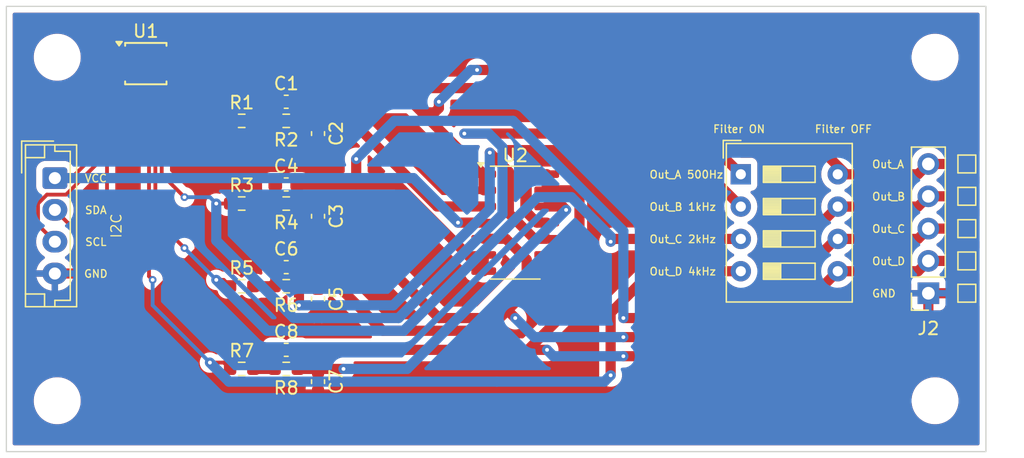
<source format=kicad_pcb>
(kicad_pcb (version 20240108) (generator "pcbnew") (generator_version "8.0")
  (layers (0 "F.Cu" signal) (31 "B.Cu" signal) (34 "B.Paste" user) (35 "F.Paste" user) (36 "B.SilkS" user "B.Silkscreen") (37 "F.SilkS" user "F.Silkscreen") (38 "B.Mask" user) (39 "F.Mask" user) (44 "Edge.Cuts" user))
  (net 0 "")
  (net 1 "Net-(J2-Pin_4)")
  (net 2 "Net-(U2A-+)")
  (net 3 "Net-(U2B-+)")
  (net 4 "Net-(J2-Pin_5)")
  (net 5 "Net-(J2-Pin_2)")
  (net 6 "Net-(J2-Pin_3)")
  (net 7 "Net-(U2C-+)")
  (net 8 "Net-(U2D-+)")
  (net 9 "GND")
  (net 10 "Net-(C1-Pad1)")
  (net 11 "Net-(U1-SCL)")
  (net 12 "Net-(U1-SDA)")
  (net 13 "Net-(C4-Pad1)")
  (net 14 "Net-(U1-VDD)")
  (net 15 "Net-(C6-Pad1)")
  (net 16 "Net-(U1-VOUTA)")
  (net 17 "Net-(C8-Pad1)")
  (net 18 "Net-(U1-VOUTB)")
  (net 19 "Net-(U1-VOUTC)")
  (net 20 "Net-(U1-VOUTD)")
  (footprint "Capacitor_SMD:C_0603_1608Metric_Pad1.08x0.95mm_HandSolder" (layer "F.Cu") (at 44.5 67.5 -90)
    (property "Reference" "C2" (at 0 -1.43 90) (layer "F.SilkS"))
    (property "Value" "10nF")
    (fp_line (start -0.146267 0.51) (end 0.146267 0.51) (stroke (width 0.12)) (layer "F.SilkS"))
    (fp_line (start -0.146267 -0.51) (end 0.146267 -0.51) (stroke (width 0.12)) (layer "F.SilkS"))
    (pad "1" smd roundrect (at -0.8625 0 270) (size 1.075 0.95) (layers "F.Cu" "F.Paste" "F.Mask") (net 2 "Net-(U2A-+)"))
    (pad "2" smd roundrect (at 0.8625 0 270) (size 1.075 0.95) (layers "F.Cu" "F.Paste" "F.Mask") (net 9 "GND"))
  )
  (footprint "Resistor_SMD:R_0603_1608Metric_Pad0.98x0.95mm_HandSolder" (layer "F.Cu") (at 42 86)
    (property "Reference" "R8" (at 0 1.5 0) (layer "F.SilkS"))
    (property "Value" "3.9kR")
    (fp_line (start -0.254724 -0.5225) (end 0.254724 -0.5225) (stroke (width 0.12)) (layer "F.SilkS"))
    (fp_line (start -0.254724 0.5225) (end 0.254724 0.5225) (stroke (width 0.12)) (layer "F.SilkS"))
    (pad "1" smd roundrect (at -0.9125 0) (size 0.975 0.95) (layers "F.Cu" "F.Paste" "F.Mask") (net 17 "Net-(C8-Pad1)"))
    (pad "2" smd roundrect (at 0.9125 0) (size 0.975 0.95) (layers "F.Cu" "F.Paste" "F.Mask") (net 8 "Net-(U2D-+)"))
  )
  (footprint "Resistor_SMD:R_0603_1608Metric_Pad0.98x0.95mm_HandSolder" (layer "F.Cu") (at 42 73)
    (property "Reference" "R4" (at 0 1.5 0) (layer "F.SilkS"))
    (property "Value" "16kR")
    (fp_line (start -0.254724 -0.5225) (end 0.254724 -0.5225) (stroke (width 0.12)) (layer "F.SilkS"))
    (fp_line (start -0.254724 0.5225) (end 0.254724 0.5225) (stroke (width 0.12)) (layer "F.SilkS"))
    (pad "1" smd roundrect (at -0.9125 0) (size 0.975 0.95) (layers "F.Cu" "F.Paste" "F.Mask") (net 13 "Net-(C4-Pad1)"))
    (pad "2" smd roundrect (at 0.9125 0) (size 0.975 0.95) (layers "F.Cu" "F.Paste" "F.Mask") (net 3 "Net-(U2B-+)"))
  )
  (footprint "Capacitor_SMD:C_0603_1608Metric_Pad1.08x0.95mm_HandSolder" (layer "F.Cu") (at 42 84.5)
    (property "Reference" "C8" (at 0 -1.43 0) (layer "F.SilkS"))
    (property "Value" "10nF")
    (fp_line (start -0.146267 -0.51) (end 0.146267 -0.51) (stroke (width 0.12)) (layer "F.SilkS"))
    (fp_line (start -0.146267 0.51) (end 0.146267 0.51) (stroke (width 0.12)) (layer "F.SilkS"))
    (pad "1" smd roundrect (at -0.8625 0) (size 1.075 0.95) (layers "F.Cu" "F.Paste" "F.Mask") (net 17 "Net-(C8-Pad1)"))
    (pad "2" smd roundrect (at 0.8625 0) (size 1.075 0.95) (layers "F.Cu" "F.Paste" "F.Mask") (net 5 "Net-(J2-Pin_2)"))
  )
  (footprint "Package_SO:SOIC-14_3.9x8.7mm_P1.27mm" (layer "F.Cu") (at 60 74.5)
    (property "Reference" "U2" (at 0 -5.28 0) (layer "F.SilkS"))
    (property "Value" "LM324")
    (fp_line (start 0 -4.435) (end -1.95 -4.435) (stroke (width 0.12)) (layer "F.SilkS"))
    (fp_line (start 0 -4.435) (end 1.95 -4.435) (stroke (width 0.12)) (layer "F.SilkS"))
    (fp_line (start 0 4.435) (end -1.95 4.435) (stroke (width 0.12)) (layer "F.SilkS"))
    (fp_line (start 0 4.435) (end 1.95 4.435) (stroke (width 0.12)) (layer "F.SilkS"))
    (fp_poly (pts (xy -2.7 -4.37) (xy -2.94 -4.7) (xy -2.46 -4.7) (xy -2.7 -4.37)) (stroke (width 0.12)) (fill solid) (layer "F.SilkS"))
    (pad "1" smd roundrect (at -2.475 -3.81) (size 1.95 0.6) (layers "F.Cu" "F.Paste" "F.Mask") (net 4 "Net-(J2-Pin_5)"))
    (pad "2" smd roundrect (at -2.475 -2.54) (size 1.95 0.6) (layers "F.Cu" "F.Paste" "F.Mask") (net 4 "Net-(J2-Pin_5)"))
    (pad "3" smd roundrect (at -2.475 -1.27) (size 1.95 0.6) (layers "F.Cu" "F.Paste" "F.Mask") (net 2 "Net-(U2A-+)"))
    (pad "4" smd roundrect (at -2.475 0) (size 1.95 0.6) (layers "F.Cu" "F.Paste" "F.Mask") (net 14 "Net-(U1-VDD)"))
    (pad "5" smd roundrect (at -2.475 1.27) (size 1.95 0.6) (layers "F.Cu" "F.Paste" "F.Mask") (net 3 "Net-(U2B-+)"))
    (pad "6" smd roundrect (at -2.475 2.54) (size 1.95 0.6) (layers "F.Cu" "F.Paste" "F.Mask") (net 1 "Net-(J2-Pin_4)"))
    (pad "7" smd roundrect (at -2.475 3.81) (size 1.95 0.6) (layers "F.Cu" "F.Paste" "F.Mask") (net 1 "Net-(J2-Pin_4)"))
    (pad "8" smd roundrect (at 2.475 3.81) (size 1.95 0.6) (layers "F.Cu" "F.Paste" "F.Mask") (net 6 "Net-(J2-Pin_3)"))
    (pad "9" smd roundrect (at 2.475 2.54) (size 1.95 0.6) (layers "F.Cu" "F.Paste" "F.Mask") (net 6 "Net-(J2-Pin_3)"))
    (pad "10" smd roundrect (at 2.475 1.27) (size 1.95 0.6) (layers "F.Cu" "F.Paste" "F.Mask") (net 7 "Net-(U2C-+)"))
    (pad "11" smd roundrect (at 2.475 0) (size 1.95 0.6) (layers "F.Cu" "F.Paste" "F.Mask") (net 9 "GND"))
    (pad "12" smd roundrect (at 2.475 -1.27) (size 1.95 0.6) (layers "F.Cu" "F.Paste" "F.Mask") (net 8 "Net-(U2D-+)"))
    (pad "13" smd roundrect (at 2.475 -2.54) (size 1.95 0.6) (layers "F.Cu" "F.Paste" "F.Mask") (net 5 "Net-(J2-Pin_2)"))
    (pad "14" smd roundrect (at 2.475 -3.81) (size 1.95 0.6) (layers "F.Cu" "F.Paste" "F.Mask") (net 5 "Net-(J2-Pin_2)"))
  )
  (footprint "TestPoint:TestPoint_Pad_1.0x1.0mm" (layer "F.Cu") (at 95.5 69.89)
    (property "Reference" "TP1" (hide yes))
    (property "Value" "TestPoint")
    (fp_line (start -0.7 -0.7) (end 0.7 -0.7) (stroke (width 0.12)) (layer "F.SilkS"))
    (fp_line (start -0.7 0.7) (end -0.7 -0.7) (stroke (width 0.12)) (layer "F.SilkS"))
    (fp_line (start 0.7 -0.7) (end 0.7 0.7) (stroke (width 0.12)) (layer "F.SilkS"))
    (fp_line (start 0.7 0.7) (end -0.7 0.7) (stroke (width 0.12)) (layer "F.SilkS"))
    (pad "1" smd rect (at 0 0) (size 1 1) (layers "F.Cu" "F.Mask") (net 4 "Net-(J2-Pin_5)"))
  )
  (footprint "MountingHole:MountingHole_3.2mm_M3" (layer "F.Cu") (at 93 88.5 90)
    (property "Reference" "H4" (hide yes))
    (property "Value" "MountingHole_3.2mm_M3" (hide yes))
    (pad "" np_thru_hole circle (at 0 0 90) (size 3.2 3.2) (drill 3.2) (layers "F&B.Cu" "*.Mask"))
  )
  (footprint "Capacitor_SMD:C_0603_1608Metric_Pad1.08x0.95mm_HandSolder" (layer "F.Cu") (at 42 78)
    (property "Reference" "C6" (at 0 -1.43 0) (layer "F.SilkS"))
    (property "Value" "10nF")
    (fp_line (start -0.146267 -0.51) (end 0.146267 -0.51) (stroke (width 0.12)) (layer "F.SilkS"))
    (fp_line (start -0.146267 0.51) (end 0.146267 0.51) (stroke (width 0.12)) (layer "F.SilkS"))
    (pad "1" smd roundrect (at -0.8625 0) (size 1.075 0.95) (layers "F.Cu" "F.Paste" "F.Mask") (net 15 "Net-(C6-Pad1)"))
    (pad "2" smd roundrect (at 0.8625 0) (size 1.075 0.95) (layers "F.Cu" "F.Paste" "F.Mask") (net 6 "Net-(J2-Pin_3)"))
  )
  (footprint "Connector_JST:JST_EH_B4B-EH-A_1x04_P2.50mm_Vertical" (layer "F.Cu") (at 23.8125 71 -90)
    (property "Reference" "J1" (hide yes))
    (property "Value" "B4B-EH-A")
    (fp_line (start -2.91 2.61) (end -0.41 2.61) (stroke (width 0.12)) (layer "F.SilkS"))
    (fp_line (start -2.61 2.31) (end 10.11 2.31) (stroke (width 0.12)) (layer "F.SilkS"))
    (fp_line (start 10.11 2.31) (end 10.11 -1.71) (stroke (width 0.12)) (layer "F.SilkS"))
    (fp_line (start -2.61 0.81) (end -1.61 0.81) (stroke (width 0.12)) (layer "F.SilkS"))
    (fp_line (start -1.61 0.81) (end -1.61 2.31) (stroke (width 0.12)) (layer "F.SilkS"))
    (fp_line (start 9.11 0.81) (end 9.11 2.31) (stroke (width 0.12)) (layer "F.SilkS"))
    (fp_line (start 10.11 0.81) (end 9.11 0.81) (stroke (width 0.12)) (layer "F.SilkS"))
    (fp_line (start -2.91 0.11) (end -2.91 2.61) (stroke (width 0.12)) (layer "F.SilkS"))
    (fp_line (start -2.61 0) (end -2.11 0) (stroke (width 0.12)) (layer "F.SilkS"))
    (fp_line (start -2.11 0) (end -2.11 -1.21) (stroke (width 0.12)) (layer "F.SilkS"))
    (fp_line (start 9.61 0) (end 10.11 0) (stroke (width 0.12)) (layer "F.SilkS"))
    (fp_line (start -2.11 -1.21) (end 9.61 -1.21) (stroke (width 0.12)) (layer "F.SilkS"))
    (fp_line (start 9.61 -1.21) (end 9.61 0) (stroke (width 0.12)) (layer "F.SilkS"))
    (fp_line (start -2.61 -1.71) (end -2.61 2.31) (stroke (width 0.12)) (layer "F.SilkS"))
    (fp_line (start 10.11 -1.71) (end -2.61 -1.71) (stroke (width 0.12)) (layer "F.SilkS"))
    (pad "1" thru_hole roundrect (at 0 0 270) (size 1.7 1.95) (drill 0.95) (layers "*.Cu" "*.Mask") (roundrect_rratio 0.147059) (net 14 "Net-(U1-VDD)"))
    (pad "2" thru_hole oval (at 2.5 0 270) (size 1.7 1.95) (drill 0.95) (layers "*.Cu" "*.Mask") (net 12 "Net-(U1-SDA)"))
    (pad "3" thru_hole oval (at 5 0 270) (size 1.7 1.95) (drill 0.95) (layers "*.Cu" "*.Mask") (net 11 "Net-(U1-SCL)"))
    (pad "4" thru_hole oval (at 7.5 0 270) (size 1.7 1.95) (drill 0.95) (layers "*.Cu" "*.Mask") (net 9 "GND"))
  )
  (footprint "Resistor_SMD:R_0603_1608Metric_Pad0.98x0.95mm_HandSolder" (layer "F.Cu") (at 42 79.5)
    (property "Reference" "R6" (at 0 1.5 0) (layer "F.SilkS"))
    (property "Value" "8.2kR")
    (fp_line (start -0.254724 -0.5225) (end 0.254724 -0.5225) (stroke (width 0.12)) (layer "F.SilkS"))
    (fp_line (start -0.254724 0.5225) (end 0.254724 0.5225) (stroke (width 0.12)) (layer "F.SilkS"))
    (pad "1" smd roundrect (at -0.9125 0) (size 0.975 0.95) (layers "F.Cu" "F.Paste" "F.Mask") (net 15 "Net-(C6-Pad1)"))
    (pad "2" smd roundrect (at 0.9125 0) (size 0.975 0.95) (layers "F.Cu" "F.Paste" "F.Mask") (net 7 "Net-(U2C-+)"))
  )
  (footprint "MountingHole:MountingHole_3.2mm_M3" (layer "F.Cu") (at 24 61.5 90)
    (property "Reference" "H1" (hide yes))
    (property "Value" "MountingHole_3.2mm_M3" (hide yes))
    (pad "" np_thru_hole circle (at 0 0 90) (size 3.2 3.2) (drill 3.2) (layers "F&B.Cu" "*.Mask"))
  )
  (footprint "TestPoint:TestPoint_Pad_1.0x1.0mm" (layer "F.Cu") (at 95.5 74.97)
    (property "Reference" "TP3" (hide yes))
    (property "Value" "TestPoint")
    (fp_line (start -0.7 -0.7) (end 0.7 -0.7) (stroke (width 0.12)) (layer "F.SilkS"))
    (fp_line (start -0.7 0.7) (end -0.7 -0.7) (stroke (width 0.12)) (layer "F.SilkS"))
    (fp_line (start 0.7 -0.7) (end 0.7 0.7) (stroke (width 0.12)) (layer "F.SilkS"))
    (fp_line (start 0.7 0.7) (end -0.7 0.7) (stroke (width 0.12)) (layer "F.SilkS"))
    (pad "1" smd rect (at 0 0) (size 1 1) (layers "F.Cu" "F.Mask") (net 6 "Net-(J2-Pin_3)"))
  )
  (footprint "Capacitor_SMD:C_0603_1608Metric_Pad1.08x0.95mm_HandSolder" (layer "F.Cu") (at 44.5 80.5 -90)
    (property "Reference" "C5" (at 0 -1.43 90) (layer "F.SilkS"))
    (property "Value" "10nF")
    (fp_line (start -0.146267 0.51) (end 0.146267 0.51) (stroke (width 0.12)) (layer "F.SilkS"))
    (fp_line (start -0.146267 -0.51) (end 0.146267 -0.51) (stroke (width 0.12)) (layer "F.SilkS"))
    (pad "1" smd roundrect (at -0.8625 0 270) (size 1.075 0.95) (layers "F.Cu" "F.Paste" "F.Mask") (net 7 "Net-(U2C-+)"))
    (pad "2" smd roundrect (at 0.8625 0 270) (size 1.075 0.95) (layers "F.Cu" "F.Paste" "F.Mask") (net 9 "GND"))
  )
  (footprint "Capacitor_SMD:C_0603_1608Metric_Pad1.08x0.95mm_HandSolder" (layer "F.Cu") (at 42 71.5)
    (property "Reference" "C4" (at 0 -1.43 0) (layer "F.SilkS"))
    (property "Value" "10nF")
    (fp_line (start -0.146267 -0.51) (end 0.146267 -0.51) (stroke (width 0.12)) (layer "F.SilkS"))
    (fp_line (start -0.146267 0.51) (end 0.146267 0.51) (stroke (width 0.12)) (layer "F.SilkS"))
    (pad "1" smd roundrect (at -0.8625 0) (size 1.075 0.95) (layers "F.Cu" "F.Paste" "F.Mask") (net 13 "Net-(C4-Pad1)"))
    (pad "2" smd roundrect (at 0.8625 0) (size 1.075 0.95) (layers "F.Cu" "F.Paste" "F.Mask") (net 1 "Net-(J2-Pin_4)"))
  )
  (footprint "Resistor_SMD:R_0603_1608Metric_Pad0.98x0.95mm_HandSolder" (layer "F.Cu") (at 38.5 73)
    (property "Reference" "R3" (at 0 -1.43 0) (layer "F.SilkS"))
    (property "Value" "16kR")
    (fp_line (start -0.254724 -0.5225) (end 0.254724 -0.5225) (stroke (width 0.12)) (layer "F.SilkS"))
    (fp_line (start -0.254724 0.5225) (end 0.254724 0.5225) (stroke (width 0.12)) (layer "F.SilkS"))
    (pad "1" smd roundrect (at -0.9125 0) (size 0.975 0.95) (layers "F.Cu" "F.Paste" "F.Mask") (net 18 "Net-(U1-VOUTB)"))
    (pad "2" smd roundrect (at 0.9125 0) (size 0.975 0.95) (layers "F.Cu" "F.Paste" "F.Mask") (net 13 "Net-(C4-Pad1)"))
  )
  (footprint "Capacitor_SMD:C_0603_1608Metric_Pad1.08x0.95mm_HandSolder" (layer "F.Cu") (at 42 65)
    (property "Reference" "C1" (at 0 -1.43 0) (layer "F.SilkS"))
    (property "Value" "10nF")
    (fp_line (start -0.146267 -0.51) (end 0.146267 -0.51) (stroke (width 0.12)) (layer "F.SilkS"))
    (fp_line (start -0.146267 0.51) (end 0.146267 0.51) (stroke (width 0.12)) (layer "F.SilkS"))
    (pad "1" smd roundrect (at -0.8625 0) (size 1.075 0.95) (layers "F.Cu" "F.Paste" "F.Mask") (net 10 "Net-(C1-Pad1)"))
    (pad "2" smd roundrect (at 0.8625 0) (size 1.075 0.95) (layers "F.Cu" "F.Paste" "F.Mask") (net 4 "Net-(J2-Pin_5)"))
  )
  (footprint "Resistor_SMD:R_0603_1608Metric_Pad0.98x0.95mm_HandSolder" (layer "F.Cu") (at 38.5 86)
    (property "Reference" "R7" (at 0 -1.43 0) (layer "F.SilkS"))
    (property "Value" "3.9kR")
    (fp_line (start -0.254724 -0.5225) (end 0.254724 -0.5225) (stroke (width 0.12)) (layer "F.SilkS"))
    (fp_line (start -0.254724 0.5225) (end 0.254724 0.5225) (stroke (width 0.12)) (layer "F.SilkS"))
    (pad "1" smd roundrect (at -0.9125 0) (size 0.975 0.95) (layers "F.Cu" "F.Paste" "F.Mask") (net 20 "Net-(U1-VOUTD)"))
    (pad "2" smd roundrect (at 0.9125 0) (size 0.975 0.95) (layers "F.Cu" "F.Paste" "F.Mask") (net 17 "Net-(C8-Pad1)"))
  )
  (footprint "Package_SO:TSSOP-10_3x3mm_P0.5mm" (layer "F.Cu") (at 30.9625 62)
    (property "Reference" "U1" (at 0 -2.55 0) (layer "F.SilkS"))
    (property "Value" "MCP4728")
    (fp_line (start -1.625 -1.625) (end -1.625 -1.4) (stroke (width 0.15)) (layer "F.SilkS"))
    (fp_line (start -1.625 -1.625) (end 1.625 -1.625) (stroke (width 0.15)) (layer "F.SilkS"))
    (fp_line (start -1.625 1.625) (end -1.625 1.4) (stroke (width 0.15)) (layer "F.SilkS"))
    (fp_line (start -1.625 1.625) (end 1.625 1.625) (stroke (width 0.15)) (layer "F.SilkS"))
    (fp_line (start 1.625 -1.625) (end 1.625 -1.4) (stroke (width 0.15)) (layer "F.SilkS"))
    (fp_line (start 1.625 1.625) (end 1.625 1.4) (stroke (width 0.15)) (layer "F.SilkS"))
    (fp_poly (pts (xy -2.1 -1.4) (xy -2.34 -1.73) (xy -1.86 -1.73) (xy -2.1 -1.4)) (stroke (width 0.12)) (fill solid) (layer "F.SilkS"))
    (pad "1" smd rect (at -2.15 -1) (size 1.1 0.25) (layers "F.Cu" "F.Paste" "F.Mask") (net 14 "Net-(U1-VDD)"))
    (pad "2" smd rect (at -2.15 -0.5) (size 1.1 0.25) (layers "F.Cu" "F.Paste" "F.Mask") (net 11 "Net-(U1-SCL)"))
    (pad "3" smd rect (at -2.15 0) (size 1.1 0.25) (layers "F.Cu" "F.Paste" "F.Mask") (net 12 "Net-(U1-SDA)"))
    (pad "4" smd rect (at -2.15 0.5) (size 1.1 0.25) (layers "F.Cu" "F.Paste" "F.Mask") (net 9 "GND"))
    (pad "5" smd rect (at -2.15 1) (size 1.1 0.25) (layers "F.Cu" "F.Paste" "F.Mask"))
    (pad "6" smd rect (at 2.15 1) (size 1.1 0.25) (layers "F.Cu" "F.Paste" "F.Mask") (net 16 "Net-(U1-VOUTA)"))
    (pad "7" smd rect (at 2.15 0.5) (size 1.1 0.25) (layers "F.Cu" "F.Paste" "F.Mask") (net 18 "Net-(U1-VOUTB)"))
    (pad "8" smd rect (at 2.15 0) (size 1.1 0.25) (layers "F.Cu" "F.Paste" "F.Mask") (net 19 "Net-(U1-VOUTC)"))
    (pad "9" smd rect (at 2.15 -0.5) (size 1.1 0.25) (layers "F.Cu" "F.Paste" "F.Mask") (net 20 "Net-(U1-VOUTD)"))
    (pad "10" smd rect (at 2.15 -1) (size 1.1 0.25) (layers "F.Cu" "F.Paste" "F.Mask") (net 9 "GND"))
  )
  (footprint "MountingHole:MountingHole_3.2mm_M3" (layer "F.Cu") (at 24 88.5 90)
    (property "Reference" "H3" (hide yes))
    (property "Value" "MountingHole_3.2mm_M3" (hide yes))
    (pad "" np_thru_hole circle (at 0 0 90) (size 3.2 3.2) (drill 3.2) (layers "*.Cu" "*.Mask"))
  )
  (footprint "TestPoint:TestPoint_Pad_1.0x1.0mm" (layer "F.Cu") (at 95.5 77.51)
    (property "Reference" "TP4" (hide yes))
    (property "Value" "TestPoint")
    (fp_line (start -0.7 -0.7) (end 0.7 -0.7) (stroke (width 0.12)) (layer "F.SilkS"))
    (fp_line (start -0.7 0.7) (end -0.7 -0.7) (stroke (width 0.12)) (layer "F.SilkS"))
    (fp_line (start 0.7 -0.7) (end 0.7 0.7) (stroke (width 0.12)) (layer "F.SilkS"))
    (fp_line (start 0.7 0.7) (end -0.7 0.7) (stroke (width 0.12)) (layer "F.SilkS"))
    (pad "1" smd rect (at 0 0) (size 1 1) (layers "F.Cu" "F.Mask") (net 5 "Net-(J2-Pin_2)"))
  )
  (footprint "Button_Switch_THT:SW_DIP_SPSTx04_Slide_9.78x12.34mm_W7.62mm_P2.54mm" (layer "F.Cu") (at 77.7325 70.7)
    (property "Reference" "SW1" (hide yes))
    (property "Value" "SW_DIP_x04")
    (fp_line (start -1.38 -2.66) (end -1.38 -1.277) (stroke (width 0.12)) (layer "F.SilkS"))
    (fp_line (start -1.38 -2.66) (end 0.004 -2.66) (stroke (width 0.12)) (layer "F.SilkS"))
    (fp_line (start -1.14 -2.42) (end -1.14 10.04) (stroke (width 0.12)) (layer "F.SilkS"))
    (fp_line (start -1.14 -2.42) (end 8.76 -2.42) (stroke (width 0.12)) (layer "F.SilkS"))
    (fp_line (start -1.14 10.04) (end 8.76 10.04) (stroke (width 0.12)) (layer "F.SilkS"))
    (fp_line (start 1.78 -0.635) (end 1.78 0.635) (stroke (width 0.12)) (layer "F.SilkS"))
    (fp_line (start 1.78 -0.515) (end 3.133333 -0.515) (stroke (width 0.12)) (layer "F.SilkS"))
    (fp_line (start 1.78 -0.395) (end 3.133333 -0.395) (stroke (width 0.12)) (layer "F.SilkS"))
    (fp_line (start 1.78 -0.275) (end 3.133333 -0.275) (stroke (width 0.12)) (layer "F.SilkS"))
    (fp_line (start 1.78 -0.155) (end 3.133333 -0.155) (stroke (width 0.12)) (layer "F.SilkS"))
    (fp_line (start 1.78 -0.035) (end 3.133333 -0.035) (stroke (width 0.12)) (layer "F.SilkS"))
    (fp_line (start 1.78 0.085) (end 3.133333 0.085) (stroke (width 0.12)) (layer "F.SilkS"))
    (fp_line (start 1.78 0.205) (end 3.133333 0.205) (stroke (width 0.12)) (layer "F.SilkS"))
    (fp_line (start 1.78 0.325) (end 3.133333 0.325) (stroke (width 0.12)) (layer "F.SilkS"))
    (fp_line (start 1.78 0.445) (end 3.133333 0.445) (stroke (width 0.12)) (layer "F.SilkS"))
    (fp_line (start 1.78 0.565) (end 3.133333 0.565) (stroke (width 0.12)) (layer "F.SilkS"))
    (fp_line (start 1.78 0.635) (end 5.84 0.635) (stroke (width 0.12)) (layer "F.SilkS"))
    (fp_line (start 1.78 1.905) (end 1.78 3.175) (stroke (width 0.12)) (layer "F.SilkS"))
    (fp_line (start 1.78 2.025) (end 3.133333 2.025) (stroke (width 0.12)) (layer "F.SilkS"))
    (fp_line (start 1.78 2.145) (end 3.133333 2.145) (stroke (width 0.12)) (layer "F.SilkS"))
    (fp_line (start 1.78 2.265) (end 3.133333 2.265) (stroke (width 0.12)) (layer "F.SilkS"))
    (fp_line (start 1.78 2.385) (end 3.133333 2.385) (stroke (width 0.12)) (layer "F.SilkS"))
    (fp_line (start 1.78 2.505) (end 3.133333 2.505) (stroke (width 0.12)) (layer "F.SilkS"))
    (fp_line (start 1.78 2.625) (end 3.133333 2.625) (stroke (width 0.12)) (layer "F.SilkS"))
    (fp_line (start 1.78 2.745) (end 3.133333 2.745) (stroke (width 0.12)) (layer "F.SilkS"))
    (fp_line (start 1.78 2.865) (end 3.133333 2.865) (stroke (width 0.12)) (layer "F.SilkS"))
    (fp_line (start 1.78 2.985) (end 3.133333 2.985) (stroke (width 0.12)) (layer "F.SilkS"))
    (fp_line (start 1.78 3.105) (end 3.133333 3.105) (stroke (width 0.12)) (layer "F.SilkS"))
    (fp_line (start 1.78 3.175) (end 5.84 3.175) (stroke (width 0.12)) (layer "F.SilkS"))
    (fp_line (start 1.78 4.445) (end 1.78 5.715) (stroke (width 0.12)) (layer "F.SilkS"))
    (fp_line (start 1.78 4.565) (end 3.133333 4.565) (stroke (width 0.12)) (layer "F.SilkS"))
    (fp_line (start 1.78 4.685) (end 3.133333 4.685) (stroke (width 0.12)) (layer "F.SilkS"))
    (fp_line (start 1.78 4.805) (end 3.133333 4.805) (stroke (width 0.12)) (layer "F.SilkS"))
    (fp_line (start 1.78 4.925) (end 3.133333 4.925) (stroke (width 0.12)) (layer "F.SilkS"))
    (fp_line (start 1.78 5.045) (end 3.133333 5.045) (stroke (width 0.12)) (layer "F.SilkS"))
    (fp_line (start 1.78 5.165) (end 3.133333 5.165) (stroke (width 0.12)) (layer "F.SilkS"))
    (fp_line (start 1.78 5.285) (end 3.133333 5.285) (stroke (width 0.12)) (layer "F.SilkS"))
    (fp_line (start 1.78 5.405) (end 3.133333 5.405) (stroke (width 0.12)) (layer "F.SilkS"))
    (fp_line (start 1.78 5.525) (end 3.133333 5.525) (stroke (width 0.12)) (layer "F.SilkS"))
    (fp_line (start 1.78 5.645) (end 3.133333 5.645) (stroke (width 0.12)) (layer "F.SilkS"))
    (fp_line (start 1.78 5.715) (end 5.84 5.715) (stroke (width 0.12)) (layer "F.SilkS"))
    (fp_line (start 1.78 6.985) (end 1.78 8.255) (stroke (width 0.12)) (layer "F.SilkS"))
    (fp_line (start 1.78 7.105) (end 3.133333 7.105) (stroke (width 0.12)) (layer "F.SilkS"))
    (fp_line (start 1.78 7.225) (end 3.133333 7.225) (stroke (width 0.12)) (layer "F.SilkS"))
    (fp_line (start 1.78 7.345) (end 3.133333 7.345) (stroke (width 0.12)) (layer "F.SilkS"))
    (fp_line (start 1.78 7.465) (end 3.133333 7.465) (stroke (width 0.12)) (layer "F.SilkS"))
    (fp_line (start 1.78 7.585) (end 3.133333 7.585) (stroke (width 0.12)) (layer "F.SilkS"))
    (fp_line (start 1.78 7.705) (end 3.133333 7.705) (stroke (width 0.12)) (layer "F.SilkS"))
    (fp_line (start 1.78 7.825) (end 3.133333 7.825) (stroke (width 0.12)) (layer "F.SilkS"))
    (fp_line (start 1.78 7.945) (end 3.133333 7.945) (stroke (width 0.12)) (layer "F.SilkS"))
    (fp_line (start 1.78 8.065) (end 3.133333 8.065) (stroke (width 0.12)) (layer "F.SilkS"))
    (fp_line (start 1.78 8.185) (end 3.133333 8.185) (stroke (width 0.12)) (layer "F.SilkS"))
    (fp_line (start 1.78 8.255) (end 5.84 8.255) (stroke (width 0.12)) (layer "F.SilkS"))
    (fp_line (start 3.133333 -0.635) (end 3.133333 0.635) (stroke (width 0.12)) (layer "F.SilkS"))
    (fp_line (start 3.133333 1.905) (end 3.133333 3.175) (stroke (width 0.12)) (layer "F.SilkS"))
    (fp_line (start 3.133333 4.445) (end 3.133333 5.715) (stroke (width 0.12)) (layer "F.SilkS"))
    (fp_line (start 3.133333 6.985) (end 3.133333 8.255) (stroke (width 0.12)) (layer "F.SilkS"))
    (fp_line (start 5.84 -0.635) (end 1.78 -0.635) (stroke (width 0.12)) (layer "F.SilkS"))
    (fp_line (start 5.84 0.635) (end 5.84 -0.635) (stroke (width 0.12)) (layer "F.SilkS"))
    (fp_line (start 5.84 1.905) (end 1.78 1.905) (stroke (width 0.12)) (layer "F.SilkS"))
    (fp_line (start 5.84 3.175) (end 5.84 1.905) (stroke (width 0.12)) (layer "F.SilkS"))
    (fp_line (start 5.84 4.445) (end 1.78 4.445) (stroke (width 0.12)) (layer "F.SilkS"))
    (fp_line (start 5.84 5.715) (end 5.84 4.445) (stroke (width 0.12)) (layer "F.SilkS"))
    (fp_line (start 5.84 6.985) (end 1.78 6.985) (stroke (width 0.12)) (layer "F.SilkS"))
    (fp_line (start 5.84 8.255) (end 5.84 6.985) (stroke (width 0.12)) (layer "F.SilkS"))
    (fp_line (start 8.76 -2.42) (end 8.76 10.04) (stroke (width 0.12)) (layer "F.SilkS"))
    (pad "1" thru_hole rect (at 0 0) (size 1.6 1.6) (drill 0.8) (layers "*.Cu" "*.Mask") (net 16 "Net-(U1-VOUTA)"))
    (pad "2" thru_hole oval (at 0 2.54) (size 1.6 1.6) (drill 0.8) (layers "*.Cu" "*.Mask") (net 18 "Net-(U1-VOUTB)"))
    (pad "3" thru_hole oval (at 0 5.08) (size 1.6 1.6) (drill 0.8) (layers "*.Cu" "*.Mask") (net 19 "Net-(U1-VOUTC)"))
    (pad "4" thru_hole oval (at 0 7.62) (size 1.6 1.6) (drill 0.8) (layers "*.Cu" "*.Mask") (net 20 "Net-(U1-VOUTD)"))
    (pad "5" thru_hole oval (at 7.62 7.62) (size 1.6 1.6) (drill 0.8) (layers "*.Cu" "*.Mask") (net 5 "Net-(J2-Pin_2)"))
    (pad "6" thru_hole oval (at 7.62 5.08) (size 1.6 1.6) (drill 0.8) (layers "*.Cu" "*.Mask") (net 6 "Net-(J2-Pin_3)"))
    (pad "7" thru_hole oval (at 7.62 2.54) (size 1.6 1.6) (drill 0.8) (layers "*.Cu" "*.Mask") (net 1 "Net-(J2-Pin_4)"))
    (pad "8" thru_hole oval (at 7.62 0) (size 1.6 1.6) (drill 0.8) (layers "*.Cu" "*.Mask") (net 4 "Net-(J2-Pin_5)"))
  )
  (footprint "Resistor_SMD:R_0603_1608Metric_Pad0.98x0.95mm_HandSolder" (layer "F.Cu") (at 38.5 66.5)
    (property "Reference" "R1" (at 0 -1.43 0) (layer "F.SilkS"))
    (property "Value" "33kR")
    (fp_line (start -0.254724 -0.5225) (end 0.254724 -0.5225) (stroke (width 0.12)) (layer "F.SilkS"))
    (fp_line (start -0.254724 0.5225) (end 0.254724 0.5225) (stroke (width 0.12)) (layer "F.SilkS"))
    (pad "1" smd roundrect (at -0.9125 0) (size 0.975 0.95) (layers "F.Cu" "F.Paste" "F.Mask") (net 16 "Net-(U1-VOUTA)"))
    (pad "2" smd roundrect (at 0.9125 0) (size 0.975 0.95) (layers "F.Cu" "F.Paste" "F.Mask") (net 10 "Net-(C1-Pad1)"))
  )
  (footprint "TestPoint:TestPoint_Pad_1.0x1.0mm" (layer "F.Cu") (at 95.5 72.43)
    (property "Reference" "TP2" (hide yes))
    (property "Value" "TestPoint")
    (fp_line (start -0.7 -0.7) (end 0.7 -0.7) (stroke (width 0.12)) (layer "F.SilkS"))
    (fp_line (start -0.7 0.7) (end -0.7 -0.7) (stroke (width 0.12)) (layer "F.SilkS"))
    (fp_line (start 0.7 -0.7) (end 0.7 0.7) (stroke (width 0.12)) (layer "F.SilkS"))
    (fp_line (start 0.7 0.7) (end -0.7 0.7) (stroke (width 0.12)) (layer "F.SilkS"))
    (pad "1" smd rect (at 0 0) (size 1 1) (layers "F.Cu" "F.Mask") (net 1 "Net-(J2-Pin_4)"))
  )
  (footprint "Resistor_SMD:R_0603_1608Metric_Pad0.98x0.95mm_HandSolder" (layer "F.Cu") (at 42 66.5)
    (property "Reference" "R2" (at 0 1.5 0) (layer "F.SilkS"))
    (property "Value" "33kR")
    (fp_line (start -0.254724 -0.5225) (end 0.254724 -0.5225) (stroke (width 0.12)) (layer "F.SilkS"))
    (fp_line (start -0.254724 0.5225) (end 0.254724 0.5225) (stroke (width 0.12)) (layer "F.SilkS"))
    (pad "1" smd roundrect (at -0.9125 0) (size 0.975 0.95) (layers "F.Cu" "F.Paste" "F.Mask") (net 10 "Net-(C1-Pad1)"))
    (pad "2" smd roundrect (at 0.9125 0) (size 0.975 0.95) (layers "F.Cu" "F.Paste" "F.Mask") (net 2 "Net-(U2A-+)"))
  )
  (footprint "Capacitor_SMD:C_0603_1608Metric_Pad1.08x0.95mm_HandSolder" (layer "F.Cu") (at 44.5 74 -90)
    (property "Reference" "C3" (at 0 -1.43 90) (layer "F.SilkS"))
    (property "Value" "10nF")
    (fp_line (start -0.146267 0.51) (end 0.146267 0.51) (stroke (width 0.12)) (layer "F.SilkS"))
    (fp_line (start -0.146267 -0.51) (end 0.146267 -0.51) (stroke (width 0.12)) (layer "F.SilkS"))
    (pad "1" smd roundrect (at -0.8625 0 270) (size 1.075 0.95) (layers "F.Cu" "F.Paste" "F.Mask") (net 3 "Net-(U2B-+)"))
    (pad "2" smd roundrect (at 0.8625 0 270) (size 1.075 0.95) (layers "F.Cu" "F.Paste" "F.Mask") (net 9 "GND"))
  )
  (footprint "TestPoint:TestPoint_Pad_1.0x1.0mm" (layer "F.Cu") (at 95.5 80.05)
    (property "Reference" "TP5" (hide yes))
    (property "Value" "TestPoint")
    (fp_line (start -0.7 -0.7) (end 0.7 -0.7) (stroke (width 0.12)) (layer "F.SilkS"))
    (fp_line (start -0.7 0.7) (end -0.7 -0.7) (stroke (width 0.12)) (layer "F.SilkS"))
    (fp_line (start 0.7 -0.7) (end 0.7 0.7) (stroke (width 0.12)) (layer "F.SilkS"))
    (fp_line (start 0.7 0.7) (end -0.7 0.7) (stroke (width 0.12)) (layer "F.SilkS"))
    (pad "1" smd rect (at 0 0) (size 1 1) (layers "F.Cu" "F.Mask") (net 9 "GND"))
  )
  (footprint "MountingHole:MountingHole_3.2mm_M3" (layer "F.Cu") (at 93 61.5 90)
    (property "Reference" "H2" (hide yes))
    (property "Value" "MountingHole_3.2mm_M3" (hide yes))
    (pad "" np_thru_hole circle (at 0 0 90) (size 3.2 3.2) (drill 3.2) (layers "F&B.Cu" "*.Mask"))
  )
  (footprint "Resistor_SMD:R_0603_1608Metric_Pad0.98x0.95mm_HandSolder" (layer "F.Cu") (at 38.5 79.5)
    (property "Reference" "R5" (at 0 -1.43 0) (layer "F.SilkS"))
    (property "Value" "8.2kR")
    (fp_line (start -0.254724 -0.5225) (end 0.254724 -0.5225) (stroke (width 0.12)) (layer "F.SilkS"))
    (fp_line (start -0.254724 0.5225) (end 0.254724 0.5225) (stroke (width 0.12)) (layer "F.SilkS"))
    (pad "1" smd roundrect (at -0.9125 0) (size 0.975 0.95) (layers "F.Cu" "F.Paste" "F.Mask") (net 19 "Net-(U1-VOUTC)"))
    (pad "2" smd roundrect (at 0.9125 0) (size 0.975 0.95) (layers "F.Cu" "F.Paste" "F.Mask") (net 15 "Net-(C6-Pad1)"))
  )
  (footprint "Capacitor_SMD:C_0603_1608Metric_Pad1.08x0.95mm_HandSolder" (layer "F.Cu") (at 44.5 87 -90)
    (property "Reference" "C7" (at 0 -1.43 90) (layer "F.SilkS"))
    (property "Value" "10nF")
    (fp_line (start -0.146267 0.51) (end 0.146267 0.51) (stroke (width 0.12)) (layer "F.SilkS"))
    (fp_line (start -0.146267 -0.51) (end 0.146267 -0.51) (stroke (width 0.12)) (layer "F.SilkS"))
    (pad "1" smd roundrect (at -0.8625 0 270) (size 1.075 0.95) (layers "F.Cu" "F.Paste" "F.Mask") (net 8 "Net-(U2D-+)"))
    (pad "2" smd roundrect (at 0.8625 0 270) (size 1.075 0.95) (layers "F.Cu" "F.Paste" "F.Mask") (net 9 "GND"))
  )
  (footprint "Connector_PinSocket_2.54mm:PinSocket_1x05_P2.54mm_Vertical" (layer "F.Cu") (at 92.475 80.05 180)
    (property "Reference" "J2" (at 0 -2.77 0) (layer "F.SilkS"))
    (property "Value" "Conn_01x05_Socket")
    (fp_line (start 1.33 1.27) (end 1.33 11.49) (stroke (width 0.12)) (layer "F.SilkS"))
    (fp_line (start 1.33 -1.33) (end 1.33 0) (stroke (width 0.12)) (layer "F.SilkS"))
    (fp_line (start 0 -1.33) (end 1.33 -1.33) (stroke (width 0.12)) (layer "F.SilkS"))
    (fp_line (start -1.33 11.49) (end 1.33 11.49) (stroke (width 0.12)) (layer "F.SilkS"))
    (fp_line (start -1.33 1.27) (end 1.33 1.27) (stroke (width 0.12)) (layer "F.SilkS"))
    (fp_line (start -1.33 1.27) (end -1.33 11.49) (stroke (width 0.12)) (layer "F.SilkS"))
    (pad "1" thru_hole rect (at 0 0 180) (size 1.7 1.7) (drill 1) (layers "*.Cu" "*.Mask") (net 9 "GND"))
    (pad "2" thru_hole oval (at 0 2.54 180) (size 1.7 1.7) (drill 1) (layers "*.Cu" "*.Mask") (net 5 "Net-(J2-Pin_2)"))
    (pad "3" thru_hole oval (at 0 5.08 180) (size 1.7 1.7) (drill 1) (layers "*.Cu" "*.Mask") (net 6 "Net-(J2-Pin_3)"))
    (pad "4" thru_hole oval (at 0 7.62 180) (size 1.7 1.7) (drill 1) (layers "*.Cu" "*.Mask") (net 1 "Net-(J2-Pin_4)"))
    (pad "5" thru_hole oval (at 0 10.16 180) (size 1.7 1.7) (drill 1) (layers "*.Cu" "*.Mask") (net 4 "Net-(J2-Pin_5)"))
  )
  (gr_rect (start 20 57.5) (end 97 92.5) (stroke (width 0.1)) (fill none) (layer "Edge.Cuts"))
  (gr_text "Out_D 4kHz" (at 70.5 78.6935 0) (layer "F.SilkS") (effects (font (size 0.6 0.6) (thickness 0.1) (bold yes)) (justify left bottom)))
  (gr_text "I2C" (at 29.1125 75.791429 90) (layer "F.SilkS") (effects (font (size 0.8 0.8) (thickness 0.1) (bold yes)) (justify left bottom)))
  (gr_text "Out_C 2kHz" (at 70.5 76.1535 0) (layer "F.SilkS") (effects (font (size 0.6 0.6) (thickness 0.1) (bold yes)) (justify left bottom)))
  (gr_text "Out_D" (at 88 77.8835 0) (layer "F.SilkS") (effects (font (size 0.6 0.6) (thickness 0.1) (bold yes)) (justify left bottom)))
  (gr_text "SCL" (at 26.141072 76.3735 0) (layer "F.SilkS") (effects (font (size 0.6 0.6) (thickness 0.1) (bold yes)) (justify left bottom)))
  (gr_text "Out_A 500Hz" (at 70.5 71.0735 0) (layer "F.SilkS") (effects (font (size 0.6 0.6) (thickness 0.1) (bold yes)) (justify left bottom)))
  (gr_text "Filter ON" (at 75.5 67.5 0) (layer "F.SilkS") (effects (font (size 0.6 0.6) (thickness 0.1) (bold yes)) (justify left bottom)))
  (gr_text "Out_B" (at 88 72.8035 0) (layer "F.SilkS") (effects (font (size 0.6 0.6) (thickness 0.1) (bold yes)) (justify left bottom)))
  (gr_text "SDA" (at 26.126786 73.8735 0) (layer "F.SilkS") (effects (font (size 0.6 0.6) (thickness 0.1) (bold yes)) (justify left bottom)))
  (gr_text "GND" (at 26.055358 78.8735 0) (layer "F.SilkS") (effects (font (size 0.6 0.6) (thickness 0.1) (bold yes)) (justify left bottom)))
  (gr_text "Out_B 1kHz" (at 70.5 73.6135 0) (layer "F.SilkS") (effects (font (size 0.6 0.6) (thickness 0.1) (bold yes)) (justify left bottom)))
  (gr_text "Out_C" (at 88 75.3435 0) (layer "F.SilkS") (effects (font (size 0.6 0.6) (thickness 0.1) (bold yes)) (justify left bottom)))
  (gr_text "VCC" (at 26.1125 71.3735 0) (layer "F.SilkS") (effects (font (size 0.6 0.6) (thickness 0.1) (bold yes)) (justify left bottom)))
  (gr_text "Filter OFF" (at 83.5 67.5 0) (layer "F.SilkS") (effects (font (size 0.6 0.6) (thickness 0.1) (bold yes)) (justify left bottom)))
  (gr_text "Out_A" (at 88 70.2635 0) (layer "F.SilkS") (effects (font (size 0.6 0.6) (thickness 0.1) (bold yes)) (justify left bottom)))
  (gr_text "GND" (at 88 80.4235 0) (layer "F.SilkS") (effects (font (size 0.6 0.6) (thickness 0.1) (bold yes)) (justify left bottom)))
  (segment (start 47.5 69.5) (end 47.5 71.5) (width 0.8) (layer "F.Cu") (net 1))
  (segment (start 91.665 73.24) (end 92.475 72.43) (width 0.8) (layer "F.Cu") (net 1))
  (segment (start 85.3525 73.24) (end 76.5925 82) (width 0.8) (layer "F.Cu") (net 1))
  (segment (start 95.5 72.43) (end 92.475 72.43) (width 0.8) (layer "F.Cu") (net 1))
  (segment (start 47.5 71.5) (end 50.715 71.5) (width 0.8) (layer "F.Cu") (net 1))
  (segment (start 76.5925 82) (end 68.5 82) (width 0.8) (layer "F.Cu") (net 1))
  (segment (start 57.525 77.04) (end 57.525 78.31) (width 0.8) (layer "F.Cu") (net 1))
  (segment (start 42.8625 71.5) (end 47.5 71.5) (width 0.8) (layer "F.Cu") (net 1))
  (segment (start 85.3525 73.24) (end 91.665 73.24) (width 0.8) (layer "F.Cu") (net 1))
  (segment (start 50.715 71.5) (end 57.525 78.31) (width 0.8) (layer "F.Cu") (net 1))
  (via (at 47.5 69.5) (size 0.6) (drill 0.3) (layers "F.Cu" "B.Cu") (net 1))
  (via (at 68.5 82) (size 0.6) (drill 0.3) (layers "F.Cu" "B.Cu") (net 1))
  (segment (start 59.828428 66.5) (end 50.5 66.5) (width 0.8) (layer "B.Cu") (net 1))
  (segment (start 68.5 82) (end 68.5 75.171572) (width 0.8) (layer "B.Cu") (net 1))
  (segment (start 68.5 75.171572) (end 59.828428 66.5) (width 0.8) (layer "B.Cu") (net 1))
  (segment (start 50.5 66.5) (end 47.5 69.5) (width 0.8) (layer "B.Cu") (net 1))
  (segment (start 42.9125 66.5) (end 44.3625 66.5) (width 0.8) (layer "F.Cu") (net 2))
  (segment (start 47.266714 66.6375) (end 53.859214 73.23) (width 0.8) (layer "F.Cu") (net 2))
  (segment (start 44.3625 66.5) (end 44.5 66.6375) (width 0.8) (layer "F.Cu") (net 2))
  (segment (start 44.5 66.6375) (end 47.266714 66.6375) (width 0.8) (layer "F.Cu") (net 2))
  (segment (start 53.859214 73.23) (end 57.525 73.23) (width 0.8) (layer "F.Cu") (net 2))
  (segment (start 60.9 77.4) (end 59.27 75.77) (width 0.8) (layer "F.Cu") (net 3))
  (segment (start 57.370786 82) (end 60.9 78.470786) (width 0.8) (layer "F.Cu") (net 3))
  (segment (start 60.9 78.470786) (end 60.9 77.4) (width 0.8) (layer "F.Cu") (net 3))
  (segment (start 54 82) (end 57.370786 82) (width 0.8) (layer "F.Cu") (net 3))
  (segment (start 59.27 75.77) (end 57.525 75.77) (width 0.8) (layer "F.Cu") (net 3))
  (segment (start 44.5 73.1375) (end 45.1375 73.1375) (width 0.8) (layer "F.Cu") (net 3))
  (segment (start 42.9125 73) (end 44.3625 73) (width 0.8) (layer "F.Cu") (net 3))
  (segment (start 45.1375 73.1375) (end 54 82) (width 0.8) (layer "F.Cu") (net 3))
  (segment (start 44.3625 73) (end 44.5 73.1375) (width 0.8) (layer "F.Cu") (net 3))
  (segment (start 54 65.5) (end 53.6675 65.8325) (width 0.8) (layer "F.Cu") (net 4))
  (segment (start 95.5 69.89) (end 92.475 69.89) (width 0.8) (layer "F.Cu") (net 4))
  (segment (start 77.8 62.5) (end 57 62.5) (width 0.8) (layer "F.Cu") (net 4))
  (segment (start 42.8625 65) (end 51.835 65) (width 0.8) (layer "F.Cu") (net 4))
  (segment (start 57.525 71.96) (end 57.525 70.69) (width 0.8) (layer "F.Cu") (net 4))
  (segment (start 91.665 70.7) (end 92.475 69.89) (width 0.8) (layer "F.Cu") (net 4))
  (segment (start 52.6675 65.8325) (end 57.525 70.69) (width 0.8) (layer "F.Cu") (net 4))
  (segment (start 51.835 65) (end 52.6675 65.8325) (width 0.8) (layer "F.Cu") (net 4))
  (segment (start 53.6675 65.8325) (end 52.6675 65.8325) (width 0.8) (layer "F.Cu") (net 4))
  (segment (start 54 65) (end 54 65.5) (width 0.8) (layer "F.Cu") (net 4))
  (segment (start 86 70.7) (end 77.8 62.5) (width 0.8) (layer "F.Cu") (net 4))
  (segment (start 86 70.7) (end 91.665 70.7) (width 0.8) (layer "F.Cu") (net 4))
  (segment (start 85.3525 70.7) (end 86 70.7) (width 0.8) (layer "F.Cu") (net 4))
  (via (at 54 65) (size 0.6) (drill 0.3) (layers "F.Cu" "B.Cu") (net 4))
  (via (at 57 62.5) (size 0.6) (drill 0.3) (layers "F.Cu" "B.Cu") (net 4))
  (segment (start 57 62.5) (end 56.5 62.5) (width 0.8) (layer "B.Cu") (net 4))
  (segment (start 56.5 62.5) (end 54 65) (width 0.8) (layer "B.Cu") (net 4))
  (segment (start 85.3525 78.32) (end 78.6725 85) (width 0.8) (layer "F.Cu") (net 5))
  (segment (start 91.665 78.32) (end 92.475 77.51) (width 0.8) (layer "F.Cu") (net 5))
  (segment (start 62.475 70.69) (end 62.475 71.96) (width 0.8) (layer "F.Cu") (net 5))
  (segment (start 78.6725 85) (end 68.5 85) (width 0.8) (layer "F.Cu") (net 5))
  (segment (start 62.5 84.5) (end 61 84.5) (width 0.8) (layer "F.Cu") (net 5))
  (segment (start 65.050002 72.550002) (end 64.46 71.96) (width 0.8) (layer "F.Cu") (net 5))
  (segment (start 95.5 77.51) (end 92.475 77.51) (width 0.8) (layer "F.Cu") (net 5))
  (segment (start 85.3525 78.32) (end 91.665 78.32) (width 0.8) (layer "F.Cu") (net 5))
  (segment (start 61 84.5) (end 65.050002 80.449998) (width 0.8) (layer "F.Cu") (net 5))
  (segment (start 64.46 71.96) (end 62.475 71.96) (width 0.8) (layer "F.Cu") (net 5))
  (segment (start 42.8625 84.5) (end 61 84.5) (width 0.8) (layer "F.Cu") (net 5))
  (segment (start 65.050002 80.449998) (end 65.050002 72.550002) (width 0.8) (layer "F.Cu") (net 5))
  (via (at 68.5 85) (size 0.6) (drill 0.3) (layers "F.Cu" "B.Cu") (net 5))
  (via (at 62.5 84.5) (size 0.6) (drill 0.3) (layers "F.Cu" "B.Cu") (net 5))
  (segment (start 63 85) (end 62.5 84.5) (width 0.8) (layer "B.Cu") (net 5))
  (segment (start 68.5 85) (end 63 85) (width 0.8) (layer "B.Cu") (net 5))
  (segment (start 62.475 77.04) (end 62.475 78.31) (width 0.8) (layer "F.Cu") (net 6))
  (segment (start 44.590986 78) (end 49.590986 83) (width 0.8) (layer "F.Cu") (net 6))
  (segment (start 95.5 74.97) (end 92.475 74.97) (width 0.8) (layer "F.Cu") (net 6))
  (segment (start 85.3525 75.78) (end 91.665 75.78) (width 0.8) (layer "F.Cu") (net 6))
  (segment (start 91.665 75.78) (end 92.475 74.97) (width 0.8) (layer "F.Cu") (net 6))
  (segment (start 85.3525 75.78) (end 85.22 75.78) (width 0.8) (layer "F.Cu") (net 6))
  (segment (start 59.3925 81.3925) (end 62.475 78.31) (width 0.8) (layer "F.Cu") (net 6))
  (segment (start 49.590986 83) (end 57.785 83) (width 0.8) (layer "F.Cu") (net 6))
  (segment (start 60 82) (end 59.3925 81.3925) (width 0.8) (layer "F.Cu") (net 6))
  (segment (start 57.785 83) (end 59.3925 81.3925) (width 0.8) (layer "F.Cu") (net 6))
  (segment (start 85.22 75.78) (end 77.5 83.5) (width 0.8) (layer "F.Cu") (net 6))
  (segment (start 42.8625 78) (end 44.590986 78) (width 0.8) (layer "F.Cu") (net 6))
  (segment (start 77.5 83.5) (end 68.5 83.5) (width 0.8) (layer "F.Cu") (net 6))
  (via (at 68.5 83.5) (size 0.6) (drill 0.3) (layers "F.Cu" "B.Cu") (net 6))
  (via (at 60 82) (size 0.6) (drill 0.3) (layers "F.Cu" "B.Cu") (net 6))
  (segment (start 68.5 83.5) (end 61.5 83.5) (width 0.8) (layer "B.Cu") (net 6))
  (segment (start 61.5 83.5) (end 60 82) (width 0.8) (layer "B.Cu") (net 6))
  (segment (start 61.500001 75.77) (end 59.5 73.769999) (width 0.8) (layer "F.Cu") (net 7))
  (segment (start 62.475 75.77) (end 61.500001 75.77) (width 0.8) (layer "F.Cu") (net 7))
  (segment (start 44.3625 79.5) (end 44.5 79.6375) (width 0.8) (layer "F.Cu") (net 7))
  (segment (start 59.5 70.5) (end 58 69) (width 0.8) (layer "F.Cu") (net 7))
  (segment (start 43 81) (end 43 79.5875) (width 0.8) (layer "F.Cu") (net 7))
  (segment (start 59.5 73.769999) (end 59.5 70.5) (width 0.8) (layer "F.Cu") (net 7))
  (segment (start 43 79.5875) (end 42.9125 79.5) (width 0.8) (layer "F.Cu") (net 7))
  (segment (start 42.9125 79.5) (end 44.3625 79.5) (width 0.8) (layer "F.Cu") (net 7))
  (via (at 58 69) (size 0.6) (drill 0.3) (layers "F.Cu" "B.Cu") (net 7))
  (via (at 43 81) (size 0.6) (drill 0.3) (layers "F.Cu" "B.Cu") (net 7))
  (segment (start 50.414214 81) (end 43 81) (width 0.8) (layer "B.Cu") (net 7))
  (segment (start 58 69) (end 58 73.414214) (width 0.8) (layer "B.Cu") (net 7))
  (segment (start 58 73.414214) (end 50.414214 81) (width 0.8) (layer "B.Cu") (net 7))
  (segment (start 46.5 86) (end 44.6375 86) (width 0.8) (layer "F.Cu") (net 8))
  (segment (start 42.9125 86) (end 44.3625 86) (width 0.8) (layer "F.Cu") (net 8))
  (segment (start 44.6375 86) (end 44.5 86.1375) (width 0.8) (layer "F.Cu") (net 8))
  (segment (start 63.73 73.23) (end 64 73.5) (width 0.8) (layer "F.Cu") (net 8))
  (segment (start 44.3625 86) (end 44.5 86.1375) (width 0.8) (layer "F.Cu") (net 8))
  (segment (start 62.475 73.23) (end 63.73 73.23) (width 0.8) (layer "F.Cu") (net 8))
  (via (at 46.5 86) (size 0.6) (drill 0.3) (layers "F.Cu" "B.Cu") (net 8))
  (via (at 64 73.5) (size 0.6) (drill 0.3) (layers "F.Cu" "B.Cu") (net 8))
  (segment (start 51.5 86) (end 46.5 86) (width 0.8) (layer "B.Cu") (net 8))
  (segment (start 64 73.5) (end 51.5 86) (width 0.8) (layer "B.Cu") (net 8))
  (segment (start 61.435184 69.69) (end 64.92903 69.69) (width 0.8) (layer "F.Cu") (net 9))
  (segment (start 30.575 61.6125) (end 30 62.1875) (width 0.8) (layer "F.Cu") (net 9))
  (segment (start 37.03566 74.8625) (end 35.19908 76.69908) (width 0.8) (layer "F.Cu") (net 9))
  (segment (start 30 75.1125) (end 26.6125 78.5) (width 0.8) (layer "F.Cu") (net 9))
  (segment (start 62.475 74.5) (end 61.705184 74.5) (width 0.8) (layer "F.Cu") (net 9))
  (segment (start 64.92903 69.69) (end 66.050002 70.810972) (width 0.8) (layer "F.Cu") (net 9))
  (segment (start 44.5 89.5) (end 35.1125 89.5) (width 0.8) (layer "F.Cu") (net 9))
  (segment (start 30 82) (end 27.6125 82) (width 0.8) (layer "F.Cu") (net 9))
  (segment (start 27.1125 79) (end 27.1125 81.5) (width 0.8) (layer "F.Cu") (net 9))
  (segment (start 44.5 68.3625) (end 38.6375 68.3625) (width 0.8) (layer "F.Cu") (net 9))
  (segment (start 31.1875 61) (end 30.575 61.6125) (width 0.3) (layer "F.Cu") (net 9))
  (segment (start 29.6875 62.5) (end 28.8125 62.5) (width 0.3) (layer "F.Cu") (net 9))
  (segment (start 26.6125 78.5) (end 27.1125 79) (width 0.8) (layer "F.Cu") (net 9))
  (segment (start 86 89.5) (end 92.475 83.025) (width 0.8) (layer "F.Cu") (net 9))
  (segment (start 92.475 83.025) (end 92.475 80.05) (width 0.8) (layer "F.Cu") (net 9))
  (segment (start 66.050002 89.449998) (end 66 89.5) (width 0.8) (layer "F.Cu") (net 9))
  (segment (start 30 62.1875) (end 30 75.1125) (width 0.8) (layer "F.Cu") (net 9))
  (segment (start 27.6125 82) (end 27.1125 81.5) (width 0.8) (layer "F.Cu") (net 9))
  (segment (start 60.9 73.694816) (end 60.9 70.225184) (width 0.8) (layer "F.Cu") (net 9))
  (segment (start 61.705184 74.5) (end 60.9 73.694816) (width 0.8) (layer "F.Cu") (net 9))
  (segment (start 44.5 74.8625) (end 37.03566 74.8625) (width 0.8) (layer "F.Cu") (net 9))
  (segment (start 30.575 61.6125) (end 29.6875 62.5) (width 0.3) (layer "F.Cu") (net 9))
  (segment (start 44.5 81.3625) (end 43.8625 82) (width 0.8) (layer "F.Cu") (net 9))
  (segment (start 44.5 89.5) (end 66 89.5) (width 0.8) (layer "F.Cu") (net 9))
  (segment (start 30 81.89816) (end 30 82) (width 0.8) (layer "F.Cu") (net 9))
  (segment (start 95.5 80.05) (end 92.475 80.05) (width 0.8) (layer "F.Cu") (net 9))
  (segment (start 44.5 87.8625) (end 44.5 89.5) (width 0.8) (layer "F.Cu") (net 9))
  (segment (start 60.9 70.225184) (end 61.435184 69.69) (width 0.8) (layer "F.Cu") (net 9))
  (segment (start 23.8125 78.5) (end 26.6125 78.5) (width 0.8) (layer "F.Cu") (net 9))
  (segment (start 33.1125 61) (end 31.1875 61) (width 0.3) (layer "F.Cu") (net 9))
  (segment (start 66 89.5) (end 86 89.5) (width 0.8) (layer "F.Cu") (net 9))
  (segment (start 35.19908 71.80092) (end 35.19908 76.69908) (width 0.8) (layer "F.Cu") (net 9))
  (segment (start 35.19908 76.69908) (end 30 81.89816) (width 0.8) (layer "F.Cu") (net 9))
  (segment (start 43.8625 82) (end 30 82) (width 0.8) (layer "F.Cu") (net 9))
  (segment (start 66.050002 70.810972) (end 66.050002 89.449998) (width 0.8) (layer "F.Cu") (net 9))
  (segment (start 38.6375 68.3625) (end 35.19908 71.80092) (width 0.8) (layer "F.Cu") (net 9))
  (segment (start 35.1125 89.5) (end 27.6125 82) (width 0.8) (layer "F.Cu") (net 9))
  (segment (start 39.4125 66.5) (end 41.0875 66.5) (width 0.8) (layer "F.Cu") (net 10))
  (segment (start 41.0875 65.05) (end 41.1375 65) (width 0.8) (layer "F.Cu") (net 10))
  (segment (start 41.0875 66.5) (end 41.0875 65.05) (width 0.8) (layer "F.Cu") (net 10))
  (segment (start 24.692956 72.3) (end 27.4125 69.580456) (width 0.3) (layer "F.Cu") (net 11))
  (segment (start 27.4125 69.580456) (end 27.4125 61.992894) (width 0.3) (layer "F.Cu") (net 11))
  (segment (start 27.4125 61.992894) (end 27.905394 61.5) (width 0.3) (layer "F.Cu") (net 11))
  (segment (start 23.8125 76) (end 22.4875 74.675) (width 0.3) (layer "F.Cu") (net 11))
  (segment (start 22.4875 74.675) (end 22.4875 73.002944) (width 0.3) (layer "F.Cu") (net 11))
  (segment (start 23.190444 72.3) (end 24.692956 72.3) (width 0.3) (layer "F.Cu") (net 11))
  (segment (start 27.905394 61.5) (end 28.8125 61.5) (width 0.3) (layer "F.Cu") (net 11))
  (segment (start 22.4875 73.002944) (end 23.190444 72.3) (width 0.3) (layer "F.Cu") (net 11))
  (segment (start 27.9125 73.2) (end 27.9125 62.2) (width 0.3) (layer "F.Cu") (net 12))
  (segment (start 28.1125 62) (end 28.8125 62) (width 0.3) (layer "F.Cu") (net 12))
  (segment (start 26.1125 75) (end 27.9125 73.2) (width 0.3) (layer "F.Cu") (net 12))
  (segment (start 27.9125 62.2) (end 28.1125 62) (width 0.3) (layer "F.Cu") (net 12))
  (segment (start 23.8125 73.5) (end 25.3125 75) (width 0.3) (layer "F.Cu") (net 12))
  (segment (start 25.3125 75) (end 26.1125 75) (width 0.3) (layer "F.Cu") (net 12))
  (segment (start 39.4125 73) (end 41.0875 73) (width 0.8) (layer "F.Cu") (net 13))
  (segment (start 41.1375 71.5) (end 41.1375 72.95) (width 0.8) (layer "F.Cu") (net 13))
  (segment (start 41.1375 72.95) (end 41.0875 73) (width 0.8) (layer "F.Cu") (net 13))
  (segment (start 26.9125 61.785787) (end 27.698287 61) (width 0.3) (layer "F.Cu") (net 14))
  (segment (start 26.9125 69.2) (end 26.9125 61.785787) (width 0.3) (layer "F.Cu") (net 14))
  (segment (start 23.8125 71) (end 25.1125 71) (width 0.3) (layer "F.Cu") (net 14))
  (segment (start 25.1125 71) (end 26.9125 69.2) (width 0.3) (layer "F.Cu") (net 14))
  (segment (start 27.698287 61) (end 28.8125 61) (width 0.3) (layer "F.Cu") (net 14))
  (segment (start 57.525 74.5) (end 55.5 74.5) (width 0.8) (layer "F.Cu") (net 14))
  (via (at 55.5 74.5) (size 0.6) (drill 0.3) (layers "F.Cu" "B.Cu") (net 14))
  (segment (start 52 71) (end 23.8125 71) (width 0.8) (layer "B.Cu") (net 14))
  (segment (start 55.5 74.5) (end 52 71) (width 0.8) (layer "B.Cu") (net 14))
  (segment (start 41.1375 79.45) (end 41.0875 79.5) (width 0.8) (layer "F.Cu") (net 15))
  (segment (start 39.4125 79.5) (end 41.0875 79.5) (width 0.8) (layer "F.Cu") (net 15))
  (segment (start 41.1375 78) (end 41.1375 79.45) (width 0.8) (layer "F.Cu") (net 15))
  (segment (start 40.1625 63.925) (end 37.5875 66.5) (width 0.8) (layer "F.Cu") (net 16))
  (segment (start 33.1125 63) (end 34.0875 63) (width 0.3) (layer "F.Cu") (net 16))
  (segment (start 34.0875 63) (end 37.5875 66.5) (width 0.3) (layer "F.Cu") (net 16))
  (segment (start 77.7325 70.7) (end 70.9575 63.925) (width 0.8) (layer "F.Cu") (net 16))
  (segment (start 70.9575 63.925) (end 40.1625 63.925) (width 0.8) (layer "F.Cu") (net 16))
  (segment (start 41.1375 85.95) (end 41.0875 86) (width 0.8) (layer "F.Cu") (net 17))
  (segment (start 39.4125 86) (end 41.0875 86) (width 0.8) (layer "F.Cu") (net 17))
  (segment (start 41.1375 84.5) (end 41.1375 85.95) (width 0.8) (layer "F.Cu") (net 17))
  (segment (start 77.7325 73.24) (end 71.9925 67.5) (width 0.8) (layer "F.Cu") (net 18))
  (segment (start 32.2125 67.625) (end 32.2125 70.7125) (width 0.3) (layer "F.Cu") (net 18))
  (segment (start 36.5 73) (end 37.5875 73) (width 0.3) (layer "F.Cu") (net 18))
  (segment (start 33.1125 62.5) (end 32.2375 62.5) (width 0.3) (layer "F.Cu") (net 18))
  (segment (start 32.2125 70.7125) (end 34 72.5) (width 0.3) (layer "F.Cu") (net 18))
  (segment (start 71.9925 67.5) (end 56 67.5) (width 0.8) (layer "F.Cu") (net 18))
  (segment (start 32.2125 62.525) (end 32.2125 67.625) (width 0.3) (layer "F.Cu") (net 18))
  (segment (start 32.2375 62.5) (end 32.2125 62.525) (width 0.3) (layer "F.Cu") (net 18))
  (via (at 56 67.5) (size 0.6) (drill 0.3) (layers "F.Cu" "B.Cu") (net 18))
  (via (at 34 72.5) (size 0.6) (drill 0.3) (layers "F.Cu" "B.Cu") (net 18))
  (via (at 36.5 73) (size 0.6) (drill 0.3) (layers "F.Cu" "B.Cu") (net 18))
  (segment (start 42.585786 82) (end 36.5 75.914214) (width 0.8) (layer "B.Cu") (net 18))
  (segment (start 57.914214 67.5) (end 59 68.585786) (width 0.8) (layer "B.Cu") (net 18))
  (segment (start 50.828428 82) (end 42.585786 82) (width 0.8) (layer "B.Cu") (net 18))
  (segment (start 59 73.828428) (end 50.828428 82) (width 0.8) (layer "B.Cu") (net 18))
  (segment (start 36 72.5) (end 36.5 73) (width 0.3) (layer "B.Cu") (net 18))
  (segment (start 56 67.5) (end 57.914214 67.5) (width 0.8) (layer "B.Cu") (net 18))
  (segment (start 59 68.585786) (end 59 73.828428) (width 0.8) (layer "B.Cu") (net 18))
  (segment (start 34 72.5) (end 36 72.5) (width 0.3) (layer "B.Cu") (net 18))
  (segment (start 36.5 75.914214) (end 36.5 73) (width 0.8) (layer "B.Cu") (net 18))
  (segment (start 77.7325 75.78) (end 67.72 75.78) (width 0.8) (layer "F.Cu") (net 19))
  (segment (start 31.7125 62.317893) (end 31.7125 73.625) (width 0.3) (layer "F.Cu") (net 19))
  (segment (start 36.5 79) (end 37.0875 79) (width 0.3) (layer "F.Cu") (net 19))
  (segment (start 37.0875 79) (end 37.5875 79.5) (width 0.3) (layer "F.Cu") (net 19))
  (segment (start 67.72 75.78) (end 67.5 76) (width 0.8) (layer "F.Cu") (net 19))
  (segment (start 31.7125 74.2125) (end 34 76.5) (width 0.3) (layer "F.Cu") (net 19))
  (segment (start 32.030393 62) (end 31.7125 62.317893) (width 0.3) (layer "F.Cu") (net 19))
  (segment (start 33.1125 62) (end 32.030393 62) (width 0.3) (layer "F.Cu") (net 19))
  (segment (start 31.7125 73.625) (end 31.7125 74.2125) (width 0.3) (layer "F.Cu") (net 19))
  (via (at 67.5 76) (size 0.6) (drill 0.3) (layers "F.Cu" "B.Cu") (net 19))
  (via (at 34 76.5) (size 0.6) (drill 0.3) (layers "F.Cu" "B.Cu") (net 19))
  (via (at 36.5 79) (size 0.6) (drill 0.3) (layers "F.Cu" "B.Cu") (net 19))
  (segment (start 34 76.5) (end 36.5 79) (width 0.3) (layer "B.Cu") (net 19))
  (segment (start 67.5 76) (end 67.5 75.585786) (width 0.8) (layer "B.Cu") (net 19))
  (segment (start 64.414213 72.499999) (end 61.742643 72.499999) (width 0.8) (layer "B.Cu") (net 19))
  (segment (start 51.242641 83.000001) (end 40.500001 83.000001) (width 0.8) (layer "B.Cu") (net 19))
  (segment (start 40.500001 83.000001) (end 36.5 79) (width 0.8) (layer "B.Cu") (net 19))
  (segment (start 67.5 75.585786) (end 64.414213 72.499999) (width 0.8) (layer "B.Cu") (net 19))
  (segment (start 61.742643 72.499999) (end 51.242641 83.000001) (width 0.8) (layer "B.Cu") (net 19))
  (segment (start 31.823286 61.5) (end 31.2125 62.110786) (width 0.3) (layer "F.Cu") (net 20))
  (segment (start 67.5 86.5) (end 67.5 81.585786) (width 0.8) (layer "F.Cu") (net 20))
  (segment (start 37.0875 85.5) (end 37.5875 86) (width 0.3) (layer "F.Cu") (net 20))
  (segment (start 31.2125 78.7125) (end 31.5 79) (width 0.3) (layer "F.Cu") (net 20))
  (segment (start 70.765786 78.32) (end 77.7325 78.32) (width 0.8) (layer "F.Cu") (net 20))
  (segment (start 36 85.5) (end 37.0875 85.5) (width 0.3) (layer "F.Cu") (net 20))
  (segment (start 31.2125 62.110786) (end 31.2125 78.7125) (width 0.3) (layer "F.Cu") (net 20))
  (segment (start 67.5 81.585786) (end 70.765786 78.32) (width 0.8) (layer "F.Cu") (net 20))
  (segment (start 33.1125 61.5) (end 31.823286 61.5) (width 0.3) (layer "F.Cu") (net 20))
  (via (at 67.5 86.5) (size 0.6) (drill 0.3) (layers "F.Cu" "B.Cu") (net 20))
  (via (at 31.5 79) (size 0.6) (drill 0.3) (layers "F.Cu" "B.Cu") (net 20))
  (via (at 36 85.5) (size 0.6) (drill 0.3) (layers "F.Cu" "B.Cu") (net 20))
  (segment (start 67 87) (end 67.5 86.5) (width 0.8) (layer "B.Cu") (net 20))
  (segment (start 37.5 87) (end 36 85.5) (width 0.8) (layer "B.Cu") (net 20))
  (segment (start 58.550002 87) (end 67 87) (width 0.8) (layer "B.Cu") (net 20))
  (segment (start 31.5 81) (end 31.5 79) (width 0.3) (layer "B.Cu") (net 20))
  (segment (start 31.5 81) (end 36 85.5) (width 0.3) (layer "B.Cu") (net 20))
  (segment (start 58.550002 87) (end 37.5 87) (width 0.8) (layer "B.Cu") (net 20))
  (zone (net 9) (net_name "GND") (layers "F&B.Cu") (connect_pads (clearance 0.5)) (min_thickness 0.25) (fill yes (thermal_gap 0.5) (thermal_bridge_width 0.5) (island_removal_mode 1) (island_area_min 10))
    (polygon (pts (xy 19.5 57) (xy 97.5 57) (xy 97.5 93) (xy 19.5 93)))
  )
)
</source>
